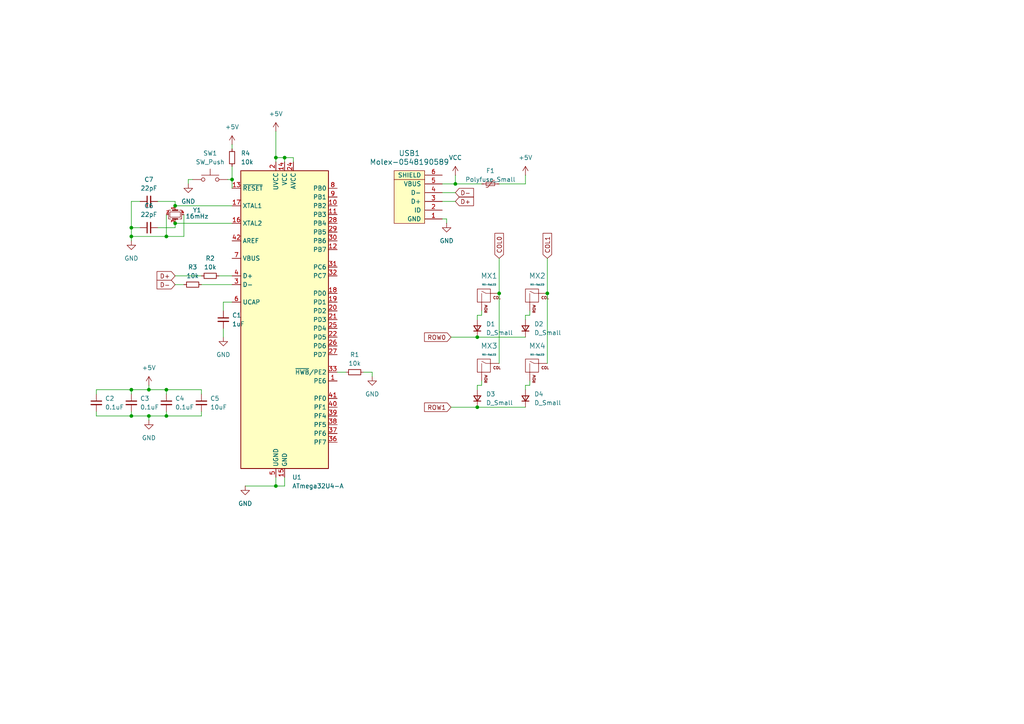
<source format=kicad_sch>
(kicad_sch (version 20231120) (generator "eeschema") (generator_version "8.0")
  (paper "A4")
  (lib_symbols
    (symbol "Device:C_Small" (pin_numbers hide) (pin_names (offset 0.254) hide)
      (property "Reference" "C" (at 0.254 1.778 0))
      (property "Value" "C_Small" (at 0.254 -2.032 0))
      (symbol "C_Small_0_1"
        (polyline (pts (xy -1.524 -0.508) (xy 1.524 -0.508)) (stroke (width 0.3302)))
        (polyline (pts (xy -1.524 0.508) (xy 1.524 0.508)) (stroke (width 0.3048)))
      )
      (symbol "C_Small_1_1"
        (pin passive line (at 0 2.54 270) (length 2.032) (name "~") (number "1"))
        (pin passive line (at 0 -2.54 90) (length 2.032) (name "~") (number "2"))
      )
    )
    (symbol "Device:Crystal_GND24_Small" (pin_names (offset 1.016) hide)
      (property "Reference" "Y1" (at -1.27 6.35 90))
      (property "Value" "16mHz" (at 0.508 6.35 90))
      (symbol "Crystal_GND24_Small_0_1"
        (rectangle (start -0.762 -1.524) (end 0.762 1.524))
        (polyline (pts (xy -1.27 -0.762) (xy -1.27 0.762)) (stroke (width 0.381)))
        (polyline (pts (xy 1.27 -0.762) (xy 1.27 0.762)) (stroke (width 0.381)))
        (polyline (pts (xy -1.27 -1.27) (xy -1.27 -1.905) (xy 1.27 -1.905) (xy 1.27 -1.27)))
        (polyline (pts (xy -1.27 1.27) (xy -1.27 1.905) (xy 1.27 1.905) (xy 1.27 1.27)))
      )
      (symbol "Crystal_GND24_Small_1_1"
        (pin passive line (at -2.54 0 0) (length 1.27) (name "1") (number "1"))
        (pin passive line (at 0 -2.54 90) (length 0.635) (name "2") (number "2"))
        (pin passive line (at 2.54 0 180) (length 1.27) (name "3") (number "3"))
        (pin passive line (at 0 2.54 270) (length 0.635) (name "4") (number "4"))
      )
    )
    (symbol "Device:D_Small" (pin_numbers hide) (pin_names (offset 0.254) hide)
      (property "Reference" "D" (at -1.27 2.032 0))
      (property "Value" "D_Small" (at -3.81 -2.032 0))
      (symbol "D_Small_0_1"
        (polyline (pts (xy -0.762 -1.016) (xy -0.762 1.016)) (stroke (width 0.254)))
        (polyline (pts (xy -0.762 0) (xy 0.762 0)))
        (polyline (pts (xy 0.762 -1.016) (xy -0.762 0) (xy 0.762 1.016) (xy 0.762 -1.016)) (stroke (width 0.254)))
      )
      (symbol "D_Small_1_1"
        (pin passive line (at -2.54 0 0) (length 1.778) (name "K") (number "1"))
        (pin passive line (at 2.54 0 180) (length 1.778) (name "A") (number "2"))
      )
    )
    (symbol "Device:Polyfuse_Small" (pin_numbers hide) (pin_names (offset 0))
      (property "Reference" "F" (at -1.905 0 90))
      (property "Value" "Polyfuse_Small" (at 1.905 0 90))
      (symbol "Polyfuse_Small_0_1"
        (rectangle (start -0.508 1.27) (end 0.508 -1.27))
        (polyline (pts (xy 0 2.54) (xy 0 -2.54)))
        (polyline (pts (xy -1.016 1.27) (xy -1.016 0.762) (xy 1.016 -0.762) (xy 1.016 -1.27)))
      )
      (symbol "Polyfuse_Small_1_1"
        (pin passive line (at 0 2.54 270) (length 0.635) (name "~") (number "1"))
        (pin passive line (at 0 -2.54 90) (length 0.635) (name "~") (number "2"))
      )
    )
    (symbol "Device:R_Small" (pin_numbers hide) (pin_names (offset 0.254) hide)
      (property "Reference" "R" (at 0.762 0.508 0))
      (property "Value" "R_Small" (at 0.762 -1.016 0))
      (symbol "R_Small_0_1"
        (rectangle (start -0.762 1.778) (end 0.762 -1.778) (stroke (width 0.2032)))
      )
      (symbol "R_Small_1_1"
        (pin passive line (at 0 2.54 270) (length 0.762) (name "~") (number "1"))
        (pin passive line (at 0 -2.54 90) (length 0.762) (name "~") (number "2"))
      )
    )
    (symbol "MCU_Microchip_ATmega:ATmega32U4-A"
      (property "Reference" "U" (at -12.7 44.45 0))
      (property "Value" "ATmega32U4-A" (at 2.54 -44.45 0))
      (symbol "ATmega32U4-A_0_1"
        (rectangle (start -12.7 -43.18) (end 12.7 43.18) (stroke (width 0.254)) (fill (type background)))
      )
      (symbol "ATmega32U4-A_1_1"
        (pin bidirectional line (at 15.24 -17.78 180) (length 2.54) (name "PE6") (number "1"))
        (pin bidirectional line (at 15.24 33.02 180) (length 2.54) (name "PB2") (number "10"))
        (pin bidirectional line (at 15.24 30.48 180) (length 2.54) (name "PB3") (number "11"))
        (pin bidirectional line (at 15.24 20.32 180) (length 2.54) (name "PB7") (number "12"))
        (pin input line (at -15.24 38.1 0) (length 2.54) (name "~{RESET}") (number "13"))
        (pin power_in line (at 0 45.72 270) (length 2.54) (name "VCC") (number "14"))
        (pin power_in line (at 0 -45.72 90) (length 2.54) (name "GND") (number "15"))
        (pin output line (at -15.24 27.94 0) (length 2.54) (name "XTAL2") (number "16"))
        (pin input line (at -15.24 33.02 0) (length 2.54) (name "XTAL1") (number "17"))
        (pin bidirectional line (at 15.24 7.62 180) (length 2.54) (name "PD0") (number "18"))
        (pin bidirectional line (at 15.24 5.08 180) (length 2.54) (name "PD1") (number "19"))
        (pin power_in line (at -2.54 45.72 270) (length 2.54) (name "UVCC") (number "2"))
        (pin bidirectional line (at 15.24 2.54 180) (length 2.54) (name "PD2") (number "20"))
        (pin bidirectional line (at 15.24 0 180) (length 2.54) (name "PD3") (number "21"))
        (pin bidirectional line (at 15.24 -5.08 180) (length 2.54) (name "PD5") (number "22"))
        (pin passive line (at 0 -45.72 90) (length 2.54) hide (name "GND") (number "23"))
        (pin power_in line (at 2.54 45.72 270) (length 2.54) (name "AVCC") (number "24"))
        (pin bidirectional line (at 15.24 -2.54 180) (length 2.54) (name "PD4") (number "25"))
        (pin bidirectional line (at 15.24 -7.62 180) (length 2.54) (name "PD6") (number "26"))
        (pin bidirectional line (at 15.24 -10.16 180) (length 2.54) (name "PD7") (number "27"))
        (pin bidirectional line (at 15.24 27.94 180) (length 2.54) (name "PB4") (number "28"))
        (pin bidirectional line (at 15.24 25.4 180) (length 2.54) (name "PB5") (number "29"))
        (pin bidirectional line (at -15.24 10.16 0) (length 2.54) (name "D-") (number "3"))
        (pin bidirectional line (at 15.24 22.86 180) (length 2.54) (name "PB6") (number "30"))
        (pin bidirectional line (at 15.24 15.24 180) (length 2.54) (name "PC6") (number "31"))
        (pin bidirectional line (at 15.24 12.7 180) (length 2.54) (name "PC7") (number "32"))
        (pin bidirectional line (at 15.24 -15.24 180) (length 2.54) (name "~{HWB}/PE2") (number "33"))
        (pin passive line (at 0 45.72 270) (length 2.54) hide (name "VCC") (number "34"))
        (pin passive line (at 0 -45.72 90) (length 2.54) hide (name "GND") (number "35"))
        (pin bidirectional line (at 15.24 -35.56 180) (length 2.54) (name "PF7") (number "36"))
        (pin bidirectional line (at 15.24 -33.02 180) (length 2.54) (name "PF6") (number "37"))
        (pin bidirectional line (at 15.24 -30.48 180) (length 2.54) (name "PF5") (number "38"))
        (pin bidirectional line (at 15.24 -27.94 180) (length 2.54) (name "PF4") (number "39"))
        (pin bidirectional line (at -15.24 12.7 0) (length 2.54) (name "D+") (number "4"))
        (pin bidirectional line (at 15.24 -25.4 180) (length 2.54) (name "PF1") (number "40"))
        (pin bidirectional line (at 15.24 -22.86 180) (length 2.54) (name "PF0") (number "41"))
        (pin passive line (at -15.24 22.86 0) (length 2.54) (name "AREF") (number "42"))
        (pin passive line (at 0 -45.72 90) (length 2.54) hide (name "GND") (number "43"))
        (pin passive line (at 2.54 45.72 270) (length 2.54) hide (name "AVCC") (number "44"))
        (pin passive line (at -2.54 -45.72 90) (length 2.54) (name "UGND") (number "5"))
        (pin passive line (at -15.24 5.08 0) (length 2.54) (name "UCAP") (number "6"))
        (pin input line (at -15.24 17.78 0) (length 2.54) (name "VBUS") (number "7"))
        (pin bidirectional line (at 15.24 38.1 180) (length 2.54) (name "PB0") (number "8"))
        (pin bidirectional line (at 15.24 35.56 180) (length 2.54) (name "PB1") (number "9"))
      )
    )
    (symbol "MX_Alps_Hybrid:MX-NoLED" (pin_names (offset 1.016))
      (property "Reference" "MX" (at -0.635 3.81 0))
      (property "Value" "MX-NoLED" (at -0.635 1.27 0))
      (symbol "MX-NoLED_0_0"
        (rectangle (start -2.54 2.54) (end 1.27 -1.27))
        (polyline (pts (xy -1.27 -1.27) (xy -1.27 1.27)) (stroke (width 0.127)))
        (polyline (pts (xy 1.27 1.27) (xy 0 1.27) (xy -1.27 1.905)) (stroke (width 0.127)))
        (text "COL" (at 3.175 0 0) (effects (font (size 0.762 0.762))))
        (text "ROW" (at 0 -1.905 900) (effects (font (size 0.762 0.762)) (justify right)))
      )
      (symbol "MX-NoLED_1_1"
        (pin passive line (at 3.81 1.27 180) (length 2.54) (name "COL") (number "1"))
        (pin passive line (at -1.27 -3.81 90) (length 2.54) (name "ROW") (number "2"))
      )
    )
    (symbol "Switch:SW_Push" (pin_numbers hide) (pin_names (offset 1.016) hide)
      (property "Reference" "SW" (at 1.27 2.54 0))
      (property "Value" "SW_Push" (at 0 -1.524 0))
      (symbol "SW_Push_0_1"
        (circle (center -2.032 0) (radius 0.508))
        (polyline (pts (xy 0 1.27) (xy 0 3.048)))
        (polyline (pts (xy 2.54 1.27) (xy -2.54 1.27)))
        (circle (center 2.032 0) (radius 0.508))
        (pin passive line (at -5.08 0 0) (length 2.54) (name "1") (number "1"))
        (pin passive line (at 5.08 0 180) (length 2.54) (name "2") (number "2"))
      )
    )
    (symbol "power:+5V" (power) (pin_numbers hide) (pin_names (offset 0) hide)
      (property "Value" "+5V" (at 0 3.556 0))
      (symbol "+5V_0_1"
        (polyline (pts (xy -0.762 1.27) (xy 0 2.54)))
        (polyline (pts (xy 0 0) (xy 0 2.54)))
        (polyline (pts (xy 0 2.54) (xy 0.762 1.27)))
      )
      (symbol "+5V_1_1"
        (pin power_in line (at 0 0 90) (length 0) (name "~") (number "1"))
      )
    )
    (symbol "power:GND" (power) (pin_numbers hide) (pin_names (offset 0) hide)
      (property "Value" "GND" (at 0 -3.81 0))
      (symbol "GND_0_1"
        (polyline (pts (xy 0 0) (xy 0 -1.27) (xy 1.27 -1.27) (xy 0 -2.54) (xy -1.27 -1.27) (xy 0 -1.27)))
      )
      (symbol "GND_1_1"
        (pin power_in line (at 0 0 270) (length 0) (name "~") (number "1"))
      )
    )
    (symbol "power:VCC" (power) (pin_numbers hide) (pin_names (offset 0) hide)
      (property "Value" "VCC" (at 0 3.556 0))
      (symbol "VCC_0_1"
        (polyline (pts (xy -0.762 1.27) (xy 0 2.54)))
        (polyline (pts (xy 0 0) (xy 0 2.54)))
        (polyline (pts (xy 0 2.54) (xy 0.762 1.27)))
      )
      (symbol "VCC_1_1"
        (pin power_in line (at 0 0 90) (length 0) (name "~") (number "1"))
      )
    )
    (symbol "random-keyboard-parts:Molex-0548190589" (pin_names (offset 1.016))
      (property "Reference" "USB" (at 0 7.62 0))
      (property "Value" "Molex-0548190589" (at 0 10.16 0))
      (symbol "Molex-0548190589_0_0"
        (polyline (pts (xy 6.35 -2.54) (xy 6.35 6.35)))
        (rectangle (start 8.89 -2.54) (end -6.35 6.35) (fill (type background)))
      )
      (symbol "Molex-0548190589_1_1"
        (pin input line (at -5.08 -7.62 90) (length 5.08) (name "GND") (number "1"))
        (pin input line (at -2.54 -7.62 90) (length 5.08) (name "ID") (number "2"))
        (pin input line (at 0 -7.62 90) (length 5.08) (name "D+") (number "3"))
        (pin input line (at 2.54 -7.62 90) (length 5.08) (name "D-") (number "4"))
        (pin input line (at 5.08 -7.62 90) (length 5.08) (name "VBUS") (number "5"))
        (pin input line (at 7.62 -7.62 90) (length 5.08) (name "SHIELD") (number "6"))
      )
    )
  )
  (junction (at 38.1 120.65))
  (junction (at 38.1 68.58))
  (junction (at 158.75 85.09))
  (junction (at 48.26 68.58))
  (junction (at 50.8 64.77))
  (junction (at 38.1 113.03))
  (junction (at 82.55 45.72))
  (junction (at 138.43 97.79))
  (junction (at 48.26 120.65))
  (junction (at 38.1 66.04))
  (junction (at 80.01 45.72))
  (junction (at 67.31 52.07))
  (junction (at 138.43 118.11))
  (junction (at 43.18 120.65))
  (junction (at 144.78 85.09))
  (junction (at 132.08 53.34))
  (junction (at 43.18 113.03))
  (junction (at 80.01 140.97))
  (junction (at 48.26 113.03))
  (junction (at 50.8 59.69))
  (wire (pts (xy 82.55 140.97) (xy 80.01 140.97)))
  (wire (pts (xy 158.75 85.09) (xy 158.75 105.41)))
  (wire (pts (xy 27.94 120.65) (xy 38.1 120.65)))
  (wire (pts (xy 67.31 54.61) (xy 67.31 52.07)))
  (wire (pts (xy 85.09 46.99) (xy 85.09 45.72)))
  (wire (pts (xy 38.1 119.38) (xy 38.1 120.65)))
  (wire (pts (xy 38.1 66.04) (xy 38.1 68.58)))
  (wire (pts (xy 55.88 52.07) (xy 54.61 52.07)))
  (wire (pts (xy 58.42 120.65) (xy 58.42 119.38)))
  (wire (pts (xy 40.64 66.04) (xy 38.1 66.04)))
  (wire (pts (xy 144.78 74.93) (xy 144.78 85.09)))
  (wire (pts (xy 128.27 55.88) (xy 132.08 55.88)))
  (wire (pts (xy 27.94 119.38) (xy 27.94 120.65)))
  (wire (pts (xy 43.18 113.03) (xy 48.26 113.03)))
  (wire (pts (xy 50.8 59.69) (xy 50.8 58.42)))
  (wire (pts (xy 80.01 45.72) (xy 80.01 46.99)))
  (wire (pts (xy 38.1 69.85) (xy 38.1 68.58)))
  (wire (pts (xy 48.26 62.23) (xy 48.26 68.58)))
  (wire (pts (xy 50.8 58.42) (xy 45.72 58.42)))
  (wire (pts (xy 50.8 64.77) (xy 67.31 64.77)))
  (wire (pts (xy 58.42 82.55) (xy 67.31 82.55)))
  (wire (pts (xy 48.26 119.38) (xy 48.26 120.65)))
  (wire (pts (xy 138.43 111.76) (xy 139.7 111.76)))
  (wire (pts (xy 53.34 62.23) (xy 53.34 68.58)))
  (wire (pts (xy 48.26 113.03) (xy 48.26 114.3)))
  (wire (pts (xy 63.5 80.01) (xy 67.31 80.01)))
  (wire (pts (xy 152.4 111.76) (xy 152.4 113.03)))
  (wire (pts (xy 97.79 107.95) (xy 100.33 107.95)))
  (wire (pts (xy 43.18 111.76) (xy 43.18 113.03)))
  (wire (pts (xy 105.41 107.95) (xy 107.95 107.95)))
  (wire (pts (xy 48.26 113.03) (xy 58.42 113.03)))
  (wire (pts (xy 132.08 50.8) (xy 132.08 53.34)))
  (wire (pts (xy 128.27 53.34) (xy 132.08 53.34)))
  (wire (pts (xy 38.1 113.03) (xy 38.1 114.3)))
  (wire (pts (xy 158.75 74.93) (xy 158.75 85.09)))
  (wire (pts (xy 82.55 45.72) (xy 82.55 46.99)))
  (wire (pts (xy 132.08 53.34) (xy 139.7 53.34)))
  (wire (pts (xy 58.42 113.03) (xy 58.42 114.3)))
  (wire (pts (xy 130.81 97.79) (xy 138.43 97.79)))
  (wire (pts (xy 38.1 120.65) (xy 43.18 120.65)))
  (wire (pts (xy 130.81 118.11) (xy 138.43 118.11)))
  (wire (pts (xy 67.31 87.63) (xy 64.77 87.63)))
  (wire (pts (xy 152.4 91.44) (xy 153.67 91.44)))
  (wire (pts (xy 152.4 111.76) (xy 153.67 111.76)))
  (wire (pts (xy 67.31 41.91) (xy 67.31 43.18)))
  (wire (pts (xy 43.18 120.65) (xy 48.26 120.65)))
  (wire (pts (xy 43.18 120.65) (xy 43.18 121.92)))
  (wire (pts (xy 80.01 38.1) (xy 80.01 45.72)))
  (wire (pts (xy 27.94 114.3) (xy 27.94 113.03)))
  (wire (pts (xy 152.4 91.44) (xy 152.4 92.71)))
  (wire (pts (xy 139.7 91.44) (xy 139.7 90.17)))
  (wire (pts (xy 50.8 82.55) (xy 53.34 82.55)))
  (wire (pts (xy 67.31 52.07) (xy 66.04 52.07)))
  (wire (pts (xy 54.61 52.07) (xy 54.61 53.34)))
  (wire (pts (xy 50.8 80.01) (xy 58.42 80.01)))
  (wire (pts (xy 27.94 113.03) (xy 38.1 113.03)))
  (wire (pts (xy 138.43 97.79) (xy 152.4 97.79)))
  (wire (pts (xy 50.8 59.69) (xy 67.31 59.69)))
  (wire (pts (xy 50.8 64.77) (xy 50.8 66.04)))
  (wire (pts (xy 152.4 50.8) (xy 152.4 53.34)))
  (wire (pts (xy 82.55 45.72) (xy 80.01 45.72)))
  (wire (pts (xy 129.54 64.77) (xy 129.54 63.5)))
  (wire (pts (xy 53.34 68.58) (xy 48.26 68.58)))
  (wire (pts (xy 80.01 138.43) (xy 80.01 140.97)))
  (wire (pts (xy 38.1 113.03) (xy 43.18 113.03)))
  (wire (pts (xy 138.43 91.44) (xy 139.7 91.44)))
  (wire (pts (xy 48.26 120.65) (xy 58.42 120.65)))
  (wire (pts (xy 138.43 118.11) (xy 152.4 118.11)))
  (wire (pts (xy 138.43 91.44) (xy 138.43 92.71)))
  (wire (pts (xy 128.27 58.42) (xy 132.08 58.42)))
  (wire (pts (xy 144.78 85.09) (xy 144.78 105.41)))
  (wire (pts (xy 153.67 111.76) (xy 153.67 110.49)))
  (wire (pts (xy 82.55 138.43) (xy 82.55 140.97)))
  (wire (pts (xy 107.95 107.95) (xy 107.95 109.22)))
  (wire (pts (xy 38.1 68.58) (xy 48.26 68.58)))
  (wire (pts (xy 80.01 140.97) (xy 71.12 140.97)))
  (wire (pts (xy 67.31 48.26) (xy 67.31 52.07)))
  (wire (pts (xy 129.54 63.5) (xy 128.27 63.5)))
  (wire (pts (xy 85.09 45.72) (xy 82.55 45.72)))
  (wire (pts (xy 40.64 58.42) (xy 38.1 58.42)))
  (wire (pts (xy 64.77 87.63) (xy 64.77 90.17)))
  (wire (pts (xy 38.1 58.42) (xy 38.1 66.04)))
  (wire (pts (xy 50.8 66.04) (xy 45.72 66.04)))
  (wire (pts (xy 139.7 111.76) (xy 139.7 110.49)))
  (wire (pts (xy 153.67 91.44) (xy 153.67 90.17)))
  (wire (pts (xy 138.43 111.76) (xy 138.43 113.03)))
  (wire (pts (xy 144.78 53.34) (xy 152.4 53.34)))
  (wire (pts (xy 64.77 95.25) (xy 64.77 97.79)))
  (global_label "D-" (shape input) (at 132.08 55.88 0) (property "Intersheetrefs" "${INTERSHEET_REFS}" (effects (hide yes))))
  (global_label "COL0" (shape input) (at 144.78 74.93 90) (property "Intersheetrefs" "${INTERSHEET_REFS}" (effects (hide yes))))
  (global_label "ROW0" (shape input) (at 130.81 97.79 180) (property "Intersheetrefs" "${INTERSHEET_REFS}" (effects (hide yes))))
  (global_label "COL1" (shape input) (at 158.75 74.93 90) (property "Intersheetrefs" "${INTERSHEET_REFS}" (effects (hide yes))))
  (global_label "D-" (shape input) (at 50.8 82.55 180) (property "Intersheetrefs" "${INTERSHEET_REFS}" (effects (hide yes))))
  (global_label "D+" (shape input) (at 50.8 80.01 180) (property "Intersheetrefs" "${INTERSHEET_REFS}" (effects (hide yes))))
  (global_label "D+" (shape input) (at 132.08 58.42 0) (property "Intersheetrefs" "${INTERSHEET_REFS}" (effects (hide yes))))
  (global_label "ROW1" (shape input) (at 130.81 118.11 180) (property "Intersheetrefs" "${INTERSHEET_REFS}" (effects (hide yes))))
  (symbol (lib_id "power:VCC") (at 132.08 50.8 0) (unit 1)
    (property "Reference" "#PWR010" (effects (hide yes)))
    (property "Value" "VCC" (at 132.08 45.72 0))
    (property "Description" "Power symbol creates a global label with name \"VCC\"" (effects (hide yes)))
  )
  (symbol (lib_id "power:+5V") (at 43.18 111.76 0) (unit 1)
    (property "Reference" "#PWR06" (effects (hide yes)))
    (property "Value" "+5V" (at 43.18 106.68 0))
    (property "Description" "Power symbol creates a global label with name \"+5V\"" (effects (hide yes)))
  )
  (symbol (lib_id "power:GND") (at 54.61 53.34 0) (unit 1)
    (property "Reference" "#PWR08" (effects (hide yes)))
    (property "Value" "GND" (at 54.61 58.42 0))
    (property "Description" "Power symbol creates a global label with name \"GND\" , ground" (effects (hide yes)))
  )
  (symbol (lib_id "MCU_Microchip_ATmega:ATmega32U4-A") (at 82.55 92.71 0) (unit 1)
    (property "Reference" "U1" (at 84.7441 138.43 0) (effects (justify left)))
    (property "Value" "ATmega32U4-A" (at 84.7441 140.97 0) (effects (justify left)))
    (property "Footprint" "Package_QFP:TQFP-44_10x10mm_P0.8mm" (effects (hide yes)))
    (property "Datasheet" "http://ww1.microchip.com/downloads/en/DeviceDoc/Atmel-7766-8-bit-AVR-ATmega16U4-32U4_Datasheet.pdf" (effects (hide yes)))
    (property "Description" "16MHz, 32kB Flash, 2.5kB SRAM, 1kB EEPROM, USB 2.0, TQFP-44" (effects (hide yes)))
  )
  (symbol (lib_id "power:+5V") (at 152.4 50.8 0) (unit 1)
    (property "Reference" "#PWR011" (effects (hide yes)))
    (property "Value" "+5V" (at 152.4 45.72 0))
    (property "Description" "Power symbol creates a global label with name \"+5V\"" (effects (hide yes)))
  )
  (symbol (lib_id "Device:C_Small") (at 43.18 58.42 90) (unit 1)
    (property "Reference" "C7" (at 43.1863 52.07 90))
    (property "Value" "22pF" (at 43.1863 54.61 90))
    (property "Footprint" "Capacitor_SMD:C_0805_2012Metric_Pad1.18x1.45mm_HandSolder" (effects (hide yes)))
    (property "Description" "Unpolarized capacitor, small symbol" (effects (hide yes)))
  )
  (symbol (lib_id "Device:C_Small") (at 48.26 116.84 0) (unit 1)
    (property "Reference" "C4" (at 50.8 115.5762 0) (effects (justify left)))
    (property "Value" "0.1uF" (at 50.8 118.1162 0) (effects (justify left)))
    (property "Footprint" "Capacitor_SMD:C_0805_2012Metric_Pad1.18x1.45mm_HandSolder" (effects (hide yes)))
    (property "Description" "Unpolarized capacitor, small symbol" (effects (hide yes)))
  )
  (symbol (lib_id "Device:C_Small") (at 58.42 116.84 0) (unit 1)
    (property "Reference" "C5" (at 60.96 115.5762 0) (effects (justify left)))
    (property "Value" "10uF" (at 60.96 118.1162 0) (effects (justify left)))
    (property "Footprint" "Capacitor_SMD:C_0805_2012Metric_Pad1.18x1.45mm_HandSolder" (effects (hide yes)))
    (property "Description" "Unpolarized capacitor, small symbol" (effects (hide yes)))
  )
  (symbol (lib_id "power:+5V") (at 67.31 41.91 0) (unit 1)
    (property "Reference" "#PWR09" (effects (hide yes)))
    (property "Value" "+5V" (at 67.31 36.83 0))
    (property "Description" "Power symbol creates a global label with name \"+5V\"" (effects (hide yes)))
  )
  (symbol (lib_id "Device:C_Small") (at 43.18 66.04 90) (unit 1)
    (property "Reference" "C6" (at 43.1863 59.69 90))
    (property "Value" "22pF" (at 43.1863 62.23 90))
    (property "Footprint" "Capacitor_SMD:C_0805_2012Metric_Pad1.18x1.45mm_HandSolder" (effects (hide yes)))
    (property "Description" "Unpolarized capacitor, small symbol" (effects (hide yes)))
  )
  (symbol (lib_id "Device:Polyfuse_Small") (at 142.24 53.34 90) (unit 1)
    (property "Reference" "F1" (at 142.24 49.53 90))
    (property "Value" "Polyfuse_Small" (at 142.24 52.07 90))
    (property "Footprint" "Fuse:Fuse_1206_3216Metric" (effects (hide yes)))
    (property "Description" "Resettable fuse, polymeric positive temperature coefficient, small symbol" (effects (hide yes)))
  )
  (symbol (lib_id "power:GND") (at 71.12 140.97 0) (unit 1)
    (property "Reference" "#PWR02" (effects (hide yes)))
    (property "Value" "GND" (at 71.12 146.05 0))
    (property "Description" "Power symbol creates a global label with name \"GND\" , ground" (effects (hide yes)))
  )
  (symbol (lib_id "power:GND") (at 107.95 109.22 0) (unit 1)
    (property "Reference" "#PWR03" (effects (hide yes)))
    (property "Value" "GND" (at 107.95 114.3 0))
    (property "Description" "Power symbol creates a global label with name \"GND\" , ground" (effects (hide yes)))
  )
  (symbol (lib_id "Device:C_Small") (at 38.1 116.84 0) (unit 1)
    (property "Reference" "C3" (at 40.64 115.5762 0) (effects (justify left)))
    (property "Value" "0.1uF" (at 40.64 118.1162 0) (effects (justify left)))
    (property "Footprint" "Capacitor_SMD:C_0805_2012Metric_Pad1.18x1.45mm_HandSolder" (effects (hide yes)))
    (property "Description" "Unpolarized capacitor, small symbol" (effects (hide yes)))
  )
  (symbol (lib_id "Device:Crystal_GND24_Small") (at 50.8 62.23 270) (unit 1)
    (property "Reference" "Y1" (at 57.15 60.96 90))
    (property "Value" "16mHz" (at 57.15 62.738 90))
    (property "Footprint" "Crystal:Crystal_SMD_3225-4Pin_3.2x2.5mm" (effects (hide yes)))
    (property "Description" "Four pin crystal, GND on pins 2 and 4, small symbol" (effects (hide yes)))
  )
  (symbol (lib_id "Device:C_Small") (at 64.77 92.71 0) (unit 1)
    (property "Reference" "C1" (at 67.31 91.4462 0) (effects (justify left)))
    (property "Value" "1uF" (at 67.31 93.9862 0) (effects (justify left)))
    (property "Footprint" "Capacitor_SMD:C_0805_2012Metric_Pad1.18x1.45mm_HandSolder" (effects (hide yes)))
    (property "Description" "Unpolarized capacitor, small symbol" (effects (hide yes)))
  )
  (symbol (lib_id "Device:R_Small") (at 60.96 80.01 90) (unit 1)
    (property "Reference" "R2" (at 60.96 74.93 90))
    (property "Value" "10k" (at 60.96 77.47 90))
    (property "Footprint" "Resistor_SMD:R_0805_2012Metric" (effects (hide yes)))
    (property "Description" "Resistor, small symbol" (effects (hide yes)))
  )
  (symbol (lib_id "power:+5V") (at 80.01 38.1 0) (unit 1)
    (property "Reference" "#PWR01" (effects (hide yes)))
    (property "Value" "+5V" (at 80.01 33.02 0))
    (property "Description" "Power symbol creates a global label with name \"+5V\"" (effects (hide yes)))
  )
  (symbol (lib_id "MX_Alps_Hybrid:MX-NoLED") (at 140.97 86.36 0) (unit 1)
    (property "Reference" "MX1" (at 141.8652 80.01 0) (effects (font (size 1.524 1.524))))
    (property "Value" "MX-NoLED" (at 141.8652 82.55 0) (effects (font (size 0.508 0.508))))
  )
  (symbol (lib_id "Device:R_Small") (at 102.87 107.95 90) (unit 1)
    (property "Reference" "R1" (at 102.87 102.87 90))
    (property "Value" "10k" (at 102.87 105.41 90))
    (property "Footprint" "Resistor_SMD:R_0805_2012Metric" (effects (hide yes)))
    (property "Description" "Resistor, small symbol" (effects (hide yes)))
  )
  (symbol (lib_id "MX_Alps_Hybrid:MX-NoLED") (at 154.94 86.36 0) (unit 1)
    (property "Reference" "MX2" (at 155.8352 80.01 0) (effects (font (size 1.524 1.524))))
    (property "Value" "MX-NoLED" (at 155.8352 82.55 0) (effects (font (size 0.508 0.508))))
  )
  (symbol (lib_id "power:GND") (at 38.1 69.85 0) (unit 1)
    (property "Reference" "#PWR07" (effects (hide yes)))
    (property "Value" "GND" (at 38.1 74.93 0))
    (property "Description" "Power symbol creates a global label with name \"GND\" , ground" (effects (hide yes)))
  )
  (symbol (lib_id "random-keyboard-parts:Molex-0548190589") (at 120.65 58.42 90) (unit 1)
    (property "Reference" "USB1" (at 118.745 44.45 90) (effects (font (size 1.524 1.524))))
    (property "Value" "Molex-0548190589" (at 118.745 46.99 90) (effects (font (size 1.524 1.524))))
    (property "Footprint" "random-keyboard-parts:Molex-0548190589" (effects (hide yes)))
  )
  (symbol (lib_id "Device:D_Small") (at 152.4 95.25 90) (unit 1)
    (property "Reference" "D2" (at 154.94 93.9799 90) (effects (justify right)))
    (property "Value" "D_Small" (at 154.94 96.5199 90) (effects (justify right)))
    (property "Footprint" "Diode_SMD:D_SOD-123" (effects (hide yes)))
    (property "Description" "Diode, small symbol" (effects (hide yes)))
    (property "Sim.Device" "D" (effects (hide yes)))
    (property "Sim.Pins" "1=K 2=A" (effects (hide yes)))
  )
  (symbol (lib_id "Device:D_Small") (at 138.43 115.57 90) (unit 1)
    (property "Reference" "D3" (at 140.97 114.2999 90) (effects (justify right)))
    (property "Value" "D_Small" (at 140.97 116.8399 90) (effects (justify right)))
    (property "Footprint" "Diode_SMD:D_SOD-123" (effects (hide yes)))
    (property "Description" "Diode, small symbol" (effects (hide yes)))
    (property "Sim.Device" "D" (effects (hide yes)))
    (property "Sim.Pins" "1=K 2=A" (effects (hide yes)))
  )
  (symbol (lib_id "Device:R_Small") (at 55.88 82.55 90) (unit 1)
    (property "Reference" "R3" (at 55.88 77.47 90))
    (property "Value" "10k" (at 55.88 80.01 90))
    (property "Footprint" "Resistor_SMD:R_0805_2012Metric" (effects (hide yes)))
    (property "Description" "Resistor, small symbol" (effects (hide yes)))
  )
  (symbol (lib_id "power:GND") (at 129.54 64.77 0) (unit 1)
    (property "Reference" "#PWR012" (effects (hide yes)))
    (property "Value" "GND" (at 129.54 69.85 0))
    (property "Description" "Power symbol creates a global label with name \"GND\" , ground" (effects (hide yes)))
  )
  (symbol (lib_id "Switch:SW_Push") (at 60.96 52.07 0) (unit 1)
    (property "Reference" "SW1" (at 60.96 44.45 0))
    (property "Value" "SW_Push" (at 60.96 46.99 0))
    (property "Footprint" "random-keyboard-parts:SKQG-1155865" (effects (hide yes)))
    (property "Description" "Push button switch, generic, two pins" (effects (hide yes)))
  )
  (symbol (lib_id "power:GND") (at 64.77 97.79 0) (unit 1)
    (property "Reference" "#PWR04" (effects (hide yes)))
    (property "Value" "GND" (at 64.77 102.87 0))
    (property "Description" "Power symbol creates a global label with name \"GND\" , ground" (effects (hide yes)))
  )
  (symbol (lib_id "Device:R_Small") (at 67.31 45.72 0) (unit 1)
    (property "Reference" "R4" (at 69.85 44.4499 0) (effects (justify left)))
    (property "Value" "10k" (at 69.85 46.9899 0) (effects (justify left)))
    (property "Footprint" "Resistor_SMD:R_0805_2012Metric" (effects (hide yes)))
    (property "Description" "Resistor, small symbol" (effects (hide yes)))
  )
  (symbol (lib_id "Device:C_Small") (at 27.94 116.84 0) (unit 1)
    (property "Reference" "C2" (at 30.48 115.5762 0) (effects (justify left)))
    (property "Value" "0.1uF" (at 30.48 118.1162 0) (effects (justify left)))
    (property "Footprint" "Capacitor_SMD:C_0805_2012Metric_Pad1.18x1.45mm_HandSolder" (effects (hide yes)))
    (property "Description" "Unpolarized capacitor, small symbol" (effects (hide yes)))
  )
  (symbol (lib_id "MX_Alps_Hybrid:MX-NoLED") (at 154.94 106.68 0) (unit 1)
    (property "Reference" "MX4" (at 155.8352 100.33 0) (effects (font (size 1.524 1.524))))
    (property "Value" "MX-NoLED" (at 155.8352 102.87 0) (effects (font (size 0.508 0.508))))
  )
  (symbol (lib_id "power:GND") (at 43.18 121.92 0) (unit 1)
    (property "Reference" "#PWR05" (effects (hide yes)))
    (property "Value" "GND" (at 43.18 127 0))
    (property "Description" "Power symbol creates a global label with name \"GND\" , ground" (effects (hide yes)))
  )
  (symbol (lib_id "MX_Alps_Hybrid:MX-NoLED") (at 140.97 106.68 0) (unit 1)
    (property "Reference" "MX3" (at 141.8652 100.33 0) (effects (font (size 1.524 1.524))))
    (property "Value" "MX-NoLED" (at 141.8652 102.87 0) (effects (font (size 0.508 0.508))))
  )
  (symbol (lib_id "Device:D_Small") (at 152.4 115.57 90) (unit 1)
    (property "Reference" "D4" (at 154.94 114.2999 90) (effects (justify right)))
    (property "Value" "D_Small" (at 154.94 116.8399 90) (effects (justify right)))
    (property "Footprint" "Diode_SMD:D_SOD-123" (effects (hide yes)))
    (property "Description" "Diode, small symbol" (effects (hide yes)))
    (property "Sim.Device" "D" (effects (hide yes)))
    (property "Sim.Pins" "1=K 2=A" (effects (hide yes)))
  )
  (symbol (lib_id "Device:D_Small") (at 138.43 95.25 90) (unit 1)
    (property "Reference" "D1" (at 140.97 93.9799 90) (effects (justify right)))
    (property "Value" "D_Small" (at 140.97 96.5199 90) (effects (justify right)))
    (property "Footprint" "Diode_SMD:D_SOD-123" (effects (hide yes)))
    (property "Description" "Diode, small symbol" (effects (hide yes)))
    (property "Sim.Device" "D" (effects (hide yes)))
    (property "Sim.Pins" "1=K 2=A" (effects (hide yes)))
  )
)
</source>
